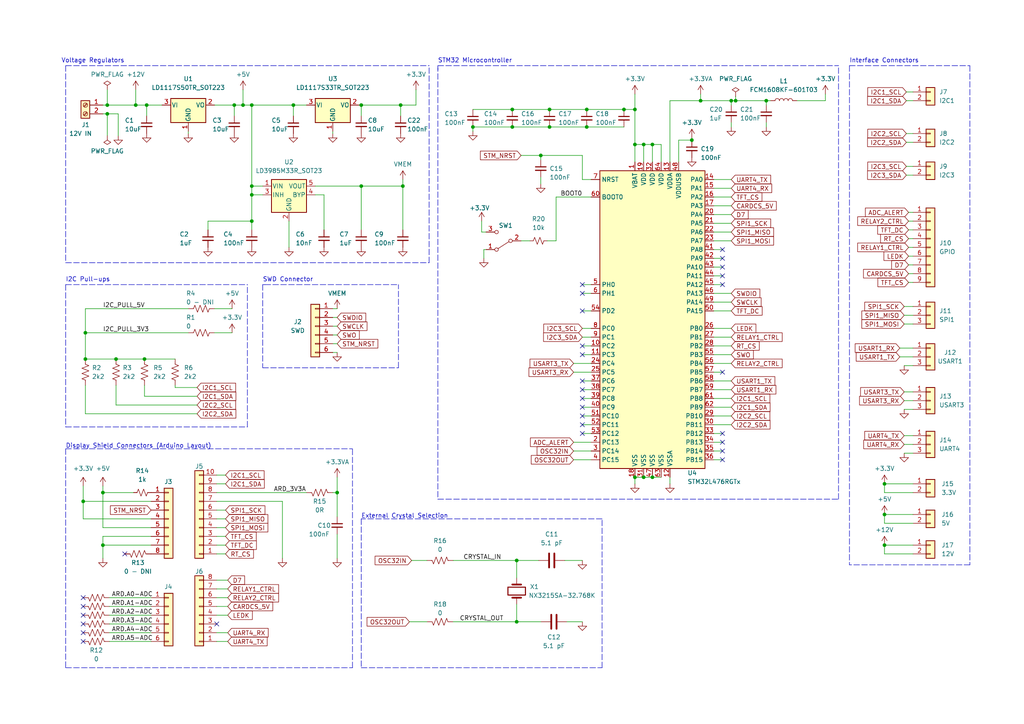
<source format=kicad_sch>
(kicad_sch (version 20211123) (generator eeschema)
  (paper "A4")
  (title_block (title "STM32L4 Breakout Board") (rev "1"))
  (junction (at 73.025 64.135))
  (junction (at 24.765 96.52))
  (junction (at 24.13 145.415))
  (junction (at 156.845 45.085))
  (junction (at 186.69 41.91))
  (junction (at 170.18 36.83))
  (junction (at 104.775 53.975))
  (junction (at 189.23 138.43))
  (junction (at 31.115 30.48))
  (junction (at 104.775 30.48))
  (junction (at 212.09 29.21))
  (junction (at 203.2 29.21))
  (junction (at 184.15 31.75))
  (junction (at 213.36 29.21))
  (junction (at 41.91 104.14))
  (junction (at 73.025 53.975))
  (junction (at 116.84 53.975))
  (junction (at 184.15 138.43))
  (junction (at 222.25 29.21))
  (junction (at 159.385 31.75))
  (junction (at 29.845 142.875))
  (junction (at 256.54 140.335))
  (junction (at 189.23 41.91))
  (junction (at 184.15 41.91))
  (junction (at 256.54 149.225))
  (junction (at 149.86 162.56))
  (junction (at 70.485 30.48))
  (junction (at 148.59 36.83))
  (junction (at 186.69 138.43))
  (junction (at 24.765 104.14))
  (junction (at 170.18 31.75))
  (junction (at 31.115 33.02))
  (junction (at 149.86 180.34))
  (junction (at 39.37 30.48))
  (junction (at 85.09 30.48))
  (junction (at 33.655 104.14))
  (junction (at 200.66 40.64))
  (junction (at 137.16 36.83))
  (junction (at 42.545 30.48))
  (junction (at 29.845 158.115))
  (junction (at 148.59 31.75))
  (junction (at 73.025 56.515))
  (junction (at 67.945 30.48))
  (junction (at 116.205 30.48))
  (junction (at 97.79 142.875))
  (junction (at 180.975 31.75))
  (junction (at 256.54 158.115))
  (junction (at 73.025 30.48))
  (junction (at 159.385 36.83))
  (no_connect (at 209.55 125.73))
  (no_connect (at 24.13 183.515))
  (no_connect (at 168.91 82.55))
  (no_connect (at 168.91 90.17))
  (no_connect (at 24.13 173.355))
  (no_connect (at 209.55 80.01))
  (no_connect (at 168.91 115.57))
  (no_connect (at 209.55 107.95))
  (no_connect (at 209.55 128.27))
  (no_connect (at 168.91 113.03))
  (no_connect (at 24.13 178.435))
  (no_connect (at 62.865 180.975))
  (no_connect (at 209.55 72.39))
  (no_connect (at 168.91 100.33))
  (no_connect (at 209.55 77.47))
  (no_connect (at 168.91 120.65))
  (no_connect (at 209.55 74.93))
  (no_connect (at 209.55 130.81))
  (no_connect (at 168.91 123.19))
  (no_connect (at 168.91 125.73))
  (no_connect (at 24.13 180.975))
  (no_connect (at 209.55 82.55))
  (no_connect (at 36.195 160.655))
  (no_connect (at 168.91 85.09))
  (no_connect (at 168.91 102.87))
  (no_connect (at 24.13 175.895))
  (no_connect (at 209.55 133.35))
  (no_connect (at 24.13 186.055))
  (no_connect (at 168.91 118.11))
  (no_connect (at 168.91 110.49))
  (polyline (pts (xy 127 19.05) (xy 127 144.78)))
  (wire (pts (xy 256.54 160.655) (xy 256.54 158.115)))
  (wire (pts (xy 207.01 115.57) (xy 212.09 115.57)))
  (wire (pts (xy 148.59 36.83) (xy 159.385 36.83)))
  (wire (pts (xy 262.255 91.44) (xy 264.795 91.44)))
  (wire (pts (xy 31.75 175.895) (xy 43.815 175.895)))
  (wire (pts (xy 73.025 53.975) (xy 73.025 56.515)))
  (wire (pts (xy 34.29 33.02) (xy 34.29 39.37)))
  (wire (pts (xy 196.85 40.64) (xy 196.85 46.99)))
  (wire (pts (xy 31.75 180.975) (xy 43.815 180.975)))
  (polyline (pts (xy 19.05 19.05) (xy 124.46 19.05)))
  (polyline (pts (xy 174.625 193.675) (xy 174.625 150.495)))
  (wire (pts (xy 119.38 162.56) (xy 123.825 162.56)))
  (wire (pts (xy 168.91 52.07) (xy 168.91 45.085)))
  (wire (pts (xy 263.525 61.595) (xy 264.795 61.595)))
  (polyline (pts (xy 76.835 82.55) (xy 76.2 82.55)))
  (polyline (pts (xy 127 144.78) (xy 243.205 144.78)))
  (wire (pts (xy 207.01 69.85) (xy 212.09 69.85)))
  (polyline (pts (xy 19.05 76.2) (xy 124.46 76.2)))
  (wire (pts (xy 212.09 29.21) (xy 212.09 30.48)))
  (wire (pts (xy 116.84 66.675) (xy 116.84 53.975)))
  (wire (pts (xy 262.255 126.365) (xy 264.795 126.365)))
  (wire (pts (xy 67.945 30.48) (xy 67.945 33.655)))
  (wire (pts (xy 168.91 102.87) (xy 171.45 102.87)))
  (wire (pts (xy 43.815 150.495) (xy 24.13 150.495)))
  (wire (pts (xy 207.01 113.03) (xy 212.09 113.03)))
  (polyline (pts (xy 19.05 82.55) (xy 71.755 82.55)))
  (wire (pts (xy 207.01 107.95) (xy 209.55 107.95)))
  (wire (pts (xy 168.91 162.56) (xy 163.83 162.56)))
  (wire (pts (xy 159.385 31.75) (xy 170.18 31.75)))
  (wire (pts (xy 207.01 125.73) (xy 209.55 125.73)))
  (wire (pts (xy 149.86 180.34) (xy 131.445 180.34)))
  (wire (pts (xy 262.255 116.205) (xy 264.795 116.205)))
  (wire (pts (xy 62.865 158.115) (xy 65.405 158.115)))
  (wire (pts (xy 168.91 125.73) (xy 171.45 125.73)))
  (wire (pts (xy 31.115 33.02) (xy 31.115 39.37)))
  (wire (pts (xy 96.52 94.615) (xy 97.79 94.615)))
  (wire (pts (xy 104.775 30.48) (xy 116.205 30.48)))
  (wire (pts (xy 149.86 162.56) (xy 149.86 167.64)))
  (wire (pts (xy 39.37 26.035) (xy 39.37 30.48)))
  (wire (pts (xy 207.01 87.63) (xy 212.09 87.63)))
  (wire (pts (xy 96.52 102.235) (xy 97.79 102.235)))
  (wire (pts (xy 263.525 64.135) (xy 264.795 64.135)))
  (wire (pts (xy 151.13 45.085) (xy 156.845 45.085)))
  (wire (pts (xy 62.865 160.655) (xy 65.405 160.655)))
  (wire (pts (xy 189.23 41.91) (xy 191.77 41.91)))
  (wire (pts (xy 137.16 36.83) (xy 137.16 38.1)))
  (wire (pts (xy 29.845 30.48) (xy 31.115 30.48)))
  (wire (pts (xy 166.37 128.27) (xy 171.45 128.27)))
  (wire (pts (xy 262.89 48.26) (xy 264.795 48.26)))
  (wire (pts (xy 262.255 93.98) (xy 264.795 93.98)))
  (wire (pts (xy 194.31 29.21) (xy 203.2 29.21)))
  (wire (pts (xy 264.795 160.655) (xy 256.54 160.655)))
  (wire (pts (xy 96.52 97.155) (xy 97.79 97.155)))
  (wire (pts (xy 149.86 175.26) (xy 149.86 180.34)))
  (polyline (pts (xy 102.235 193.675) (xy 102.235 130.175)))
  (wire (pts (xy 207.01 52.07) (xy 212.09 52.07)))
  (wire (pts (xy 184.15 41.91) (xy 186.69 41.91)))
  (wire (pts (xy 43.815 153.035) (xy 29.845 153.035)))
  (wire (pts (xy 57.15 120.015) (xy 24.765 120.015)))
  (wire (pts (xy 156.845 180.34) (xy 149.86 180.34)))
  (wire (pts (xy 39.37 30.48) (xy 42.545 30.48)))
  (wire (pts (xy 31.115 26.035) (xy 31.115 30.48)))
  (wire (pts (xy 213.36 29.21) (xy 222.25 29.21)))
  (polyline (pts (xy 124.46 76.2) (xy 124.46 19.05)))
  (wire (pts (xy 186.69 138.43) (xy 189.23 138.43)))
  (wire (pts (xy 166.37 105.41) (xy 171.45 105.41)))
  (wire (pts (xy 96.52 92.075) (xy 97.79 92.075)))
  (wire (pts (xy 60.325 66.675) (xy 60.325 64.135)))
  (wire (pts (xy 207.01 120.65) (xy 212.09 120.65)))
  (polyline (pts (xy 104.775 150.495) (xy 104.775 193.675)))
  (polyline (pts (xy 71.755 123.825) (xy 71.755 82.55)))
  (wire (pts (xy 207.01 74.93) (xy 209.55 74.93)))
  (wire (pts (xy 231.14 29.21) (xy 239.395 29.21)))
  (wire (pts (xy 263.525 69.215) (xy 264.795 69.215)))
  (wire (pts (xy 262.255 113.665) (xy 264.795 113.665)))
  (wire (pts (xy 213.36 27.94) (xy 213.36 29.21)))
  (wire (pts (xy 264.795 103.505) (xy 260.985 103.505)))
  (wire (pts (xy 62.865 137.795) (xy 65.405 137.795)))
  (wire (pts (xy 96.52 99.695) (xy 97.79 99.695)))
  (wire (pts (xy 62.23 30.48) (xy 67.945 30.48)))
  (wire (pts (xy 168.91 115.57) (xy 171.45 115.57)))
  (wire (pts (xy 137.16 36.83) (xy 148.59 36.83)))
  (wire (pts (xy 24.765 96.52) (xy 54.61 96.52)))
  (wire (pts (xy 67.31 96.52) (xy 62.23 96.52)))
  (wire (pts (xy 81.915 145.415) (xy 81.915 161.925)))
  (wire (pts (xy 207.01 59.69) (xy 212.09 59.69)))
  (wire (pts (xy 184.15 31.75) (xy 184.15 41.91)))
  (wire (pts (xy 116.205 30.48) (xy 116.205 33.655)))
  (wire (pts (xy 161.29 69.85) (xy 161.29 57.15)))
  (wire (pts (xy 31.115 30.48) (xy 39.37 30.48)))
  (wire (pts (xy 262.89 26.67) (xy 264.795 26.67)))
  (wire (pts (xy 168.91 100.33) (xy 171.45 100.33)))
  (wire (pts (xy 207.01 72.39) (xy 209.55 72.39)))
  (wire (pts (xy 62.865 140.335) (xy 65.405 140.335)))
  (wire (pts (xy 104.14 30.48) (xy 104.775 30.48)))
  (wire (pts (xy 31.75 186.055) (xy 43.815 186.055)))
  (wire (pts (xy 264.795 106.045) (xy 262.255 106.045)))
  (wire (pts (xy 24.13 150.495) (xy 24.13 145.415)))
  (wire (pts (xy 65.405 147.955) (xy 62.865 147.955)))
  (wire (pts (xy 156.845 51.435) (xy 156.845 53.34)))
  (wire (pts (xy 139.7 64.135) (xy 139.7 67.31)))
  (wire (pts (xy 97.79 161.925) (xy 97.79 154.94)))
  (wire (pts (xy 41.91 104.14) (xy 50.8 104.14)))
  (wire (pts (xy 62.865 175.895) (xy 66.04 175.895)))
  (wire (pts (xy 262.255 131.445) (xy 264.795 131.445)))
  (wire (pts (xy 262.89 41.275) (xy 264.795 41.275)))
  (wire (pts (xy 29.845 33.02) (xy 31.115 33.02)))
  (wire (pts (xy 57.15 117.475) (xy 33.655 117.475)))
  (wire (pts (xy 73.025 30.48) (xy 73.025 53.975)))
  (wire (pts (xy 93.98 56.515) (xy 93.98 66.675)))
  (wire (pts (xy 168.91 82.55) (xy 171.45 82.55)))
  (wire (pts (xy 263.525 79.375) (xy 264.795 79.375)))
  (wire (pts (xy 256.54 149.225) (xy 264.795 149.225)))
  (wire (pts (xy 67.945 30.48) (xy 70.485 30.48)))
  (wire (pts (xy 262.255 88.9) (xy 264.795 88.9)))
  (wire (pts (xy 168.91 123.19) (xy 171.45 123.19)))
  (wire (pts (xy 168.91 95.25) (xy 171.45 95.25)))
  (wire (pts (xy 239.395 27.305) (xy 239.395 29.21)))
  (wire (pts (xy 207.01 64.77) (xy 212.09 64.77)))
  (wire (pts (xy 207.01 67.31) (xy 212.09 67.31)))
  (wire (pts (xy 140.335 72.39) (xy 140.335 74.93)))
  (wire (pts (xy 189.23 138.43) (xy 191.77 138.43)))
  (polyline (pts (xy 19.05 123.825) (xy 71.755 123.825)))
  (wire (pts (xy 212.09 35.56) (xy 212.09 36.83)))
  (wire (pts (xy 73.025 53.975) (xy 76.2 53.975)))
  (wire (pts (xy 263.525 81.915) (xy 264.795 81.915)))
  (wire (pts (xy 120.65 30.48) (xy 120.65 26.035)))
  (wire (pts (xy 62.865 173.355) (xy 66.04 173.355)))
  (wire (pts (xy 54.61 38.1) (xy 54.61 38.735)))
  (wire (pts (xy 43.815 145.415) (xy 24.13 145.415)))
  (wire (pts (xy 262.89 38.735) (xy 264.795 38.735)))
  (wire (pts (xy 207.01 100.33) (xy 212.09 100.33)))
  (wire (pts (xy 97.79 149.86) (xy 97.79 142.875)))
  (wire (pts (xy 57.15 114.935) (xy 41.91 114.935)))
  (wire (pts (xy 180.975 31.75) (xy 184.15 31.75)))
  (wire (pts (xy 203.2 29.21) (xy 212.09 29.21)))
  (wire (pts (xy 62.865 186.055) (xy 66.04 186.055)))
  (wire (pts (xy 264.795 100.965) (xy 260.985 100.965)))
  (wire (pts (xy 62.865 178.435) (xy 66.04 178.435)))
  (wire (pts (xy 50.8 112.395) (xy 50.8 111.76)))
  (wire (pts (xy 256.54 140.335) (xy 264.795 140.335)))
  (polyline (pts (xy 115.57 106.68) (xy 115.57 82.55)))
  (wire (pts (xy 207.01 54.61) (xy 212.09 54.61)))
  (wire (pts (xy 262.89 50.8) (xy 264.795 50.8)))
  (wire (pts (xy 194.31 46.99) (xy 194.31 29.21)))
  (polyline (pts (xy 76.2 82.55) (xy 76.2 106.68)))
  (wire (pts (xy 83.82 64.135) (xy 83.82 71.755)))
  (wire (pts (xy 186.69 41.91) (xy 186.69 46.99)))
  (polyline (pts (xy 104.775 193.675) (xy 174.625 193.675)))
  (wire (pts (xy 194.31 138.43) (xy 194.31 140.335)))
  (wire (pts (xy 200.66 40.64) (xy 196.85 40.64)))
  (wire (pts (xy 33.655 104.14) (xy 41.91 104.14)))
  (wire (pts (xy 85.09 30.48) (xy 88.9 30.48)))
  (wire (pts (xy 96.52 142.875) (xy 97.79 142.875)))
  (wire (pts (xy 264.795 151.765) (xy 256.54 151.765)))
  (polyline (pts (xy 246.38 19.05) (xy 246.38 163.83)))
  (wire (pts (xy 159.385 36.83) (xy 170.18 36.83)))
  (wire (pts (xy 31.75 173.355) (xy 43.815 173.355)))
  (wire (pts (xy 207.01 102.87) (xy 212.09 102.87)))
  (polyline (pts (xy 19.05 19.05) (xy 19.05 76.2)))
  (wire (pts (xy 207.01 82.55) (xy 209.55 82.55)))
  (wire (pts (xy 170.18 31.75) (xy 180.975 31.75)))
  (polyline (pts (xy 76.2 106.68) (xy 115.57 106.68)))
  (wire (pts (xy 24.765 89.535) (xy 54.61 89.535)))
  (wire (pts (xy 189.23 41.91) (xy 189.23 46.99)))
  (wire (pts (xy 256.54 151.765) (xy 256.54 149.225)))
  (wire (pts (xy 263.525 74.295) (xy 264.795 74.295)))
  (wire (pts (xy 158.75 69.85) (xy 161.29 69.85)))
  (wire (pts (xy 186.69 41.91) (xy 189.23 41.91)))
  (wire (pts (xy 43.815 155.575) (xy 29.845 155.575)))
  (wire (pts (xy 116.84 53.975) (xy 104.775 53.975)))
  (wire (pts (xy 140.97 72.39) (xy 140.335 72.39)))
  (wire (pts (xy 42.545 30.48) (xy 42.545 33.655)))
  (wire (pts (xy 73.025 56.515) (xy 76.2 56.515)))
  (wire (pts (xy 116.84 52.07) (xy 116.84 53.975)))
  (wire (pts (xy 29.845 142.875) (xy 38.735 142.875)))
  (wire (pts (xy 137.16 31.75) (xy 148.59 31.75)))
  (wire (pts (xy 264.795 158.115) (xy 256.54 158.115)))
  (wire (pts (xy 67.31 89.535) (xy 62.23 89.535)))
  (wire (pts (xy 166.37 107.95) (xy 171.45 107.95)))
  (wire (pts (xy 168.91 180.34) (xy 164.465 180.34)))
  (wire (pts (xy 24.765 89.535) (xy 24.765 96.52)))
  (polyline (pts (xy 243.205 144.78) (xy 243.205 19.05)))
  (wire (pts (xy 104.775 30.48) (xy 104.775 33.655)))
  (wire (pts (xy 207.01 57.15) (xy 212.09 57.15)))
  (wire (pts (xy 184.15 138.43) (xy 184.15 140.335)))
  (wire (pts (xy 184.15 27.305) (xy 184.15 31.75)))
  (wire (pts (xy 29.845 142.875) (xy 29.845 153.035)))
  (polyline (pts (xy 76.835 82.55) (xy 115.57 82.55)))
  (wire (pts (xy 264.795 142.875) (xy 256.54 142.875)))
  (wire (pts (xy 207.01 97.79) (xy 212.09 97.79)))
  (wire (pts (xy 207.01 130.81) (xy 209.55 130.81)))
  (wire (pts (xy 168.91 85.09) (xy 171.45 85.09)))
  (wire (pts (xy 97.79 138.43) (xy 97.79 142.875)))
  (wire (pts (xy 65.405 153.035) (xy 62.865 153.035)))
  (polyline (pts (xy 19.05 193.675) (xy 102.235 193.675)))
  (wire (pts (xy 222.25 29.21) (xy 222.25 30.48)))
  (wire (pts (xy 203.2 29.21) (xy 203.2 27.305)))
  (wire (pts (xy 29.845 155.575) (xy 29.845 158.115)))
  (polyline (pts (xy 281.305 19.05) (xy 281.305 163.83)))
  (wire (pts (xy 31.115 33.02) (xy 34.29 33.02)))
  (wire (pts (xy 91.44 56.515) (xy 93.98 56.515)))
  (wire (pts (xy 207.01 128.27) (xy 209.55 128.27)))
  (wire (pts (xy 263.525 71.755) (xy 264.795 71.755)))
  (wire (pts (xy 29.845 158.115) (xy 29.845 161.925)))
  (wire (pts (xy 139.7 67.31) (xy 140.97 67.31)))
  (wire (pts (xy 184.15 46.99) (xy 184.15 41.91)))
  (wire (pts (xy 156.845 45.085) (xy 156.845 46.355)))
  (wire (pts (xy 263.525 66.675) (xy 264.795 66.675)))
  (wire (pts (xy 31.75 178.435) (xy 43.815 178.435)))
  (wire (pts (xy 168.91 113.03) (xy 171.45 113.03)))
  (wire (pts (xy 256.54 142.875) (xy 256.54 140.335)))
  (wire (pts (xy 207.01 77.47) (xy 209.55 77.47)))
  (wire (pts (xy 207.01 123.19) (xy 212.09 123.19)))
  (wire (pts (xy 207.01 110.49) (xy 212.09 110.49)))
  (wire (pts (xy 29.845 140.97) (xy 29.845 142.875)))
  (wire (pts (xy 57.15 112.395) (xy 50.8 112.395)))
  (wire (pts (xy 149.86 162.56) (xy 131.445 162.56)))
  (wire (pts (xy 222.25 29.21) (xy 223.52 29.21)))
  (wire (pts (xy 41.91 114.935) (xy 41.91 111.76)))
  (wire (pts (xy 73.025 30.48) (xy 85.09 30.48)))
  (wire (pts (xy 207.01 133.35) (xy 209.55 133.35)))
  (polyline (pts (xy 281.305 163.83) (xy 246.38 163.83)))
  (wire (pts (xy 24.765 120.015) (xy 24.765 111.76)))
  (wire (pts (xy 31.75 183.515) (xy 43.815 183.515)))
  (wire (pts (xy 91.44 53.975) (xy 104.775 53.975)))
  (wire (pts (xy 168.91 120.65) (xy 171.45 120.65)))
  (wire (pts (xy 70.485 30.48) (xy 73.025 30.48)))
  (polyline (pts (xy 19.05 130.175) (xy 102.235 130.175)))
  (wire (pts (xy 62.865 142.875) (xy 88.9 142.875)))
  (wire (pts (xy 262.255 128.905) (xy 264.795 128.905)))
  (wire (pts (xy 118.745 180.34) (xy 123.825 180.34)))
  (wire (pts (xy 166.37 130.81) (xy 171.45 130.81)))
  (wire (pts (xy 207.01 90.17) (xy 212.09 90.17)))
  (wire (pts (xy 168.91 45.085) (xy 156.845 45.085)))
  (wire (pts (xy 207.01 118.11) (xy 212.09 118.11)))
  (wire (pts (xy 33.655 117.475) (xy 33.655 111.76)))
  (wire (pts (xy 168.91 90.17) (xy 171.45 90.17)))
  (polyline (pts (xy 237.49 19.05) (xy 243.205 19.05)))
  (wire (pts (xy 170.18 36.83) (xy 180.975 36.83)))
  (wire (pts (xy 207.01 95.25) (xy 212.09 95.25)))
  (wire (pts (xy 60.325 64.135) (xy 73.025 64.135)))
  (polyline (pts (xy 246.38 19.05) (xy 281.305 19.05)))
  (wire (pts (xy 168.91 118.11) (xy 171.45 118.11)))
  (wire (pts (xy 62.865 145.415) (xy 81.915 145.415)))
  (polyline (pts (xy 127 19.05) (xy 237.49 19.05)))
  (wire (pts (xy 168.91 52.07) (xy 171.45 52.07)))
  (wire (pts (xy 85.09 30.48) (xy 85.09 33.655)))
  (wire (pts (xy 207.01 80.01) (xy 209.55 80.01)))
  (polyline (pts (xy 19.05 130.175) (xy 19.05 193.675)))
  (wire (pts (xy 222.25 35.56) (xy 222.25 36.83)))
  (wire (pts (xy 168.91 110.49) (xy 171.45 110.49)))
  (wire (pts (xy 62.865 168.275) (xy 66.04 168.275)))
  (wire (pts (xy 168.91 97.79) (xy 171.45 97.79)))
  (wire (pts (xy 70.485 26.035) (xy 70.485 30.48)))
  (wire (pts (xy 200.66 40.005) (xy 200.66 40.64)))
  (wire (pts (xy 191.77 41.91) (xy 191.77 46.99)))
  (wire (pts (xy 62.865 170.815) (xy 66.04 170.815)))
  (wire (pts (xy 65.405 150.495) (xy 62.865 150.495)))
  (wire (pts (xy 73.025 56.515) (xy 73.025 64.135)))
  (polyline (pts (xy 19.05 82.55) (xy 19.05 123.825)))
  (wire (pts (xy 62.865 183.515) (xy 66.04 183.515)))
  (wire (pts (xy 207.01 85.09) (xy 212.09 85.09)))
  (wire (pts (xy 151.13 69.85) (xy 153.67 69.85)))
  (wire (pts (xy 104.775 53.975) (xy 104.775 66.675)))
  (wire (pts (xy 207.01 62.23) (xy 212.09 62.23)))
  (polyline (pts (xy 127 20.32) (xy 127 19.685)))
  (wire (pts (xy 73.025 64.135) (xy 73.025 66.675)))
  (wire (pts (xy 263.525 76.835) (xy 264.795 76.835)))
  (wire (pts (xy 161.29 57.15) (xy 171.45 57.15)))
  (wire (pts (xy 42.545 30.48) (xy 46.99 30.48)))
  (wire (pts (xy 148.59 31.75) (xy 159.385 31.75)))
  (wire (pts (xy 166.37 133.35) (xy 171.45 133.35)))
  (wire (pts (xy 24.765 104.14) (xy 33.655 104.14)))
  (wire (pts (xy 212.09 29.21) (xy 213.36 29.21)))
  (wire (pts (xy 116.205 30.48) (xy 120.65 30.48)))
  (wire (pts (xy 24.765 104.14) (xy 24.765 96.52)))
  (wire (pts (xy 184.15 138.43) (xy 186.69 138.43)))
  (polyline (pts (xy 174.625 150.495) (xy 104.775 150.495)))
  (wire (pts (xy 62.865 155.575) (xy 65.405 155.575)))
  (wire (pts (xy 96.52 38.1) (xy 96.52 38.735)))
  (wire (pts (xy 262.255 118.745) (xy 264.795 118.745)))
  (wire (pts (xy 207.01 105.41) (xy 212.09 105.41)))
  (wire (pts (xy 43.815 158.115) (xy 29.845 158.115)))
  (wire (pts (xy 24.13 145.415) (xy 24.13 140.97)))
  (wire (pts (xy 156.21 162.56) (xy 149.86 162.56)))
  (wire (pts (xy 262.89 29.21) (xy 264.795 29.21)))
  (wire (pts (xy 96.52 89.535) (xy 97.79 89.535)))
  (text "Voltage Regulators" (at 17.78 18.415 0) (effects (font (size 1.27 1.27)) (justify left bottom)))
  (text "Interface Connectors" (at 246.38 18.415 0) (effects (font (size 1.27 1.27)) (justify left bottom)))
  (text "STM32 Microcontroller" (at 127 18.415 0) (effects (font (size 1.27 1.27)) (justify left bottom)))
  (text "External Crystal Selection" (at 104.775 150.495 0) (effects (font (size 1.27 1.27)) (justify left bottom)))
  (text "Display Shield Connectors (Arduino Layout)\n" (at 19.05 130.175 0) (effects (font (size 1.27 1.27)) (justify left bottom)))
  (text "I2C Pull-ups" (at 19.05 81.915 0) (effects (font (size 1.27 1.27)) (justify left bottom)))
  (text "SWD Connector\n" (at 76.2 81.915 0) (effects (font (size 1.27 1.27)) (justify left bottom)))
  (label "ARD.A4-ADC" (at 32.385 183.515 0))
  (label "CRYSTAL_OUT" (at 146.05 180.34 180))
  (label "ARD_3V3A" (at 79.375 142.875 0))
  (label "I2C_PULL_5V" (at 29.845 89.535 0))
  (label "CRYSTAL_IN" (at 145.415 162.56 180))
  (label "ARD.A0-ADC" (at 32.385 173.355 0))
  (label "ARD.A1-ADC" (at 32.385 175.895 0))
  (label "ARD.A3-ADC" (at 32.385 180.975 0))
  (label "I2C_PULL_3V3" (at 29.845 96.52 0))
  (label "ARD.A5-ADC" (at 32.385 186.055 0))
  (label "ARD.A2-ADC" (at 32.385 178.435 0))
  (label "BOOT0" (at 162.56 57.15 0))
  (global_label "CARDCS_5V" (shape input) (at 263.525 79.375 180) (property "Intersheet References" "${INTERSHEET_REFS}" (effects hide)))
  (global_label "RELAY1_CTRL" (shape input) (at 263.525 71.755 180) (property "Intersheet References" "${INTERSHEET_REFS}" (effects hide)))
  (global_label "OSC32IN" (shape input) (at 119.38 162.56 180) (property "Intersheet References" "${INTERSHEET_REFS}" (effects hide)))
  (global_label "TFT_CS" (shape input) (at 65.405 155.575 0) (property "Intersheet References" "${INTERSHEET_REFS}" (effects hide)))
  (global_label "ADC_ALERT" (shape input) (at 166.37 128.27 180) (property "Intersheet References" "${INTERSHEET_REFS}" (effects hide)))
  (global_label "OSC32OUT" (shape input) (at 118.745 180.34 180) (property "Intersheet References" "${INTERSHEET_REFS}" (effects hide)))
  (global_label "UART4_RX" (shape input) (at 212.09 54.61 0) (property "Intersheet References" "${INTERSHEET_REFS}" (effects hide)))
  (global_label "I2C1_SDA" (shape input) (at 212.09 118.11 0) (property "Intersheet References" "${INTERSHEET_REFS}" (effects hide)))
  (global_label "RELAY2_CTRL" (shape input) (at 263.525 64.135 180) (property "Intersheet References" "${INTERSHEET_REFS}" (effects hide)))
  (global_label "TFT_CS" (shape input) (at 263.525 81.915 180) (property "Intersheet References" "${INTERSHEET_REFS}" (effects hide)))
  (global_label "STM_NRST" (shape input) (at 97.79 99.695 0) (property "Intersheet References" "${INTERSHEET_REFS}" (effects hide)))
  (global_label "I2C2_SDA" (shape input) (at 262.89 41.275 180) (property "Intersheet References" "${INTERSHEET_REFS}" (effects hide)))
  (global_label "RT_CS" (shape input) (at 263.525 69.215 180) (property "Intersheet References" "${INTERSHEET_REFS}" (effects hide)))
  (global_label "CARDCS_5V" (shape input) (at 66.04 175.895 0) (property "Intersheet References" "${INTERSHEET_REFS}" (effects hide)))
  (global_label "I2C3_SDA" (shape input) (at 262.89 50.8 180) (property "Intersheet References" "${INTERSHEET_REFS}" (effects hide)))
  (global_label "D7" (shape input) (at 66.04 168.275 0) (property "Intersheet References" "${INTERSHEET_REFS}" (effects hide)))
  (global_label "SPI1_MISO" (shape input) (at 212.09 67.31 0) (property "Intersheet References" "${INTERSHEET_REFS}" (effects hide)))
  (global_label "SPI1_SCK" (shape input) (at 65.405 147.955 0) (property "Intersheet References" "${INTERSHEET_REFS}" (effects hide)))
  (global_label "SWCLK" (shape input) (at 212.09 87.63 0) (property "Intersheet References" "${INTERSHEET_REFS}" (effects hide)))
  (global_label "I2C1_SCL" (shape input) (at 262.89 26.67 180) (property "Intersheet References" "${INTERSHEET_REFS}" (effects hide)))
  (global_label "SPI1_MISO" (shape input) (at 65.405 150.495 0) (property "Intersheet References" "${INTERSHEET_REFS}" (effects hide)))
  (global_label "USART1_TX" (shape input) (at 212.09 110.49 0) (property "Intersheet References" "${INTERSHEET_REFS}" (effects hide)))
  (global_label "USART3_TX" (shape input) (at 262.255 113.665 180) (property "Intersheet References" "${INTERSHEET_REFS}" (effects hide)))
  (global_label "I2C2_SDA" (shape input) (at 57.15 120.015 0) (property "Intersheet References" "${INTERSHEET_REFS}" (effects hide)))
  (global_label "USART3_RX" (shape input) (at 166.37 107.95 180) (property "Intersheet References" "${INTERSHEET_REFS}" (effects hide)))
  (global_label "SPI1_MOSI" (shape input) (at 212.09 69.85 0) (property "Intersheet References" "${INTERSHEET_REFS}" (effects hide)))
  (global_label "SWDIO" (shape input) (at 212.09 85.09 0) (property "Intersheet References" "${INTERSHEET_REFS}" (effects hide)))
  (global_label "SWDIO" (shape input) (at 97.79 92.075 0) (property "Intersheet References" "${INTERSHEET_REFS}" (effects hide)))
  (global_label "SPI1_MISO" (shape input) (at 262.255 91.44 180) (property "Intersheet References" "${INTERSHEET_REFS}" (effects hide)))
  (global_label "D7" (shape input) (at 263.525 76.835 180) (property "Intersheet References" "${INTERSHEET_REFS}" (effects hide)))
  (global_label "RT_CS" (shape input) (at 65.405 160.655 0) (property "Intersheet References" "${INTERSHEET_REFS}" (effects hide)))
  (global_label "TFT_DC" (shape input) (at 65.405 158.115 0) (property "Intersheet References" "${INTERSHEET_REFS}" (effects hide)))
  (global_label "UART4_TX" (shape input) (at 66.04 186.055 0) (property "Intersheet References" "${INTERSHEET_REFS}" (effects hide)))
  (global_label "USART3_RX" (shape input) (at 262.255 116.205 180) (property "Intersheet References" "${INTERSHEET_REFS}" (effects hide)))
  (global_label "RT_CS" (shape input) (at 212.09 100.33 0) (property "Intersheet References" "${INTERSHEET_REFS}" (effects hide)))
  (global_label "I2C1_SDA" (shape input) (at 65.405 140.335 0) (property "Intersheet References" "${INTERSHEET_REFS}" (effects hide)))
  (global_label "SWCLK" (shape input) (at 97.79 94.615 0) (property "Intersheet References" "${INTERSHEET_REFS}" (effects hide)))
  (global_label "RELAY1_CTRL" (shape input) (at 212.09 97.79 0) (property "Intersheet References" "${INTERSHEET_REFS}" (effects hide)))
  (global_label "I2C1_SCL" (shape input) (at 65.405 137.795 0) (property "Intersheet References" "${INTERSHEET_REFS}" (effects hide)))
  (global_label "I2C2_SCL" (shape input) (at 262.89 38.735 180) (property "Intersheet References" "${INTERSHEET_REFS}" (effects hide)))
  (global_label "OSC32OUT" (shape input) (at 166.37 133.35 180) (property "Intersheet References" "${INTERSHEET_REFS}" (effects hide)))
  (global_label "I2C1_SCL" (shape input) (at 57.15 112.395 0) (property "Intersheet References" "${INTERSHEET_REFS}" (effects hide)))
  (global_label "UART4_RX" (shape input) (at 66.04 183.515 0) (property "Intersheet References" "${INTERSHEET_REFS}" (effects hide)))
  (global_label "RELAY2_CTRL" (shape input) (at 66.04 173.355 0) (property "Intersheet References" "${INTERSHEET_REFS}" (effects hide)))
  (global_label "I2C3_SCL" (shape input) (at 262.89 48.26 180) (property "Intersheet References" "${INTERSHEET_REFS}" (effects hide)))
  (global_label "I2C2_SCL" (shape input) (at 212.09 120.65 0) (property "Intersheet References" "${INTERSHEET_REFS}" (effects hide)))
  (global_label "UART4_TX" (shape input) (at 262.255 126.365 180) (property "Intersheet References" "${INTERSHEET_REFS}" (effects hide)))
  (global_label "SPI1_MOSI" (shape input) (at 65.405 153.035 0) (property "Intersheet References" "${INTERSHEET_REFS}" (effects hide)))
  (global_label "RELAY2_CTRL" (shape input) (at 212.09 105.41 0) (property "Intersheet References" "${INTERSHEET_REFS}" (effects hide)))
  (global_label "RELAY1_CTRL" (shape input) (at 66.04 170.815 0) (property "Intersheet References" "${INTERSHEET_REFS}" (effects hide)))
  (global_label "USART1_RX" (shape input) (at 212.09 113.03 0) (property "Intersheet References" "${INTERSHEET_REFS}" (effects hide)))
  (global_label "UART4_RX" (shape input) (at 262.255 128.905 180) (property "Intersheet References" "${INTERSHEET_REFS}" (effects hide)))
  (global_label "SPI1_SCK" (shape input) (at 212.09 64.77 0) (property "Intersheet References" "${INTERSHEET_REFS}" (effects hide)))
  (global_label "SPI1_SCK" (shape input) (at 262.255 88.9 180) (property "Intersheet References" "${INTERSHEET_REFS}" (effects hide)))
  (global_label "USART1_TX" (shape input) (at 260.985 103.505 180) (property "Intersheet References" "${INTERSHEET_REFS}" (effects hide)))
  (global_label "LEDK" (shape input) (at 212.09 95.25 0) (property "Intersheet References" "${INTERSHEET_REFS}" (effects hide)))
  (global_label "LEDK" (shape input) (at 66.04 178.435 0) (property "Intersheet References" "${INTERSHEET_REFS}" (effects hide)))
  (global_label "I2C3_SCL" (shape input) (at 168.91 95.25 180) (property "Intersheet References" "${INTERSHEET_REFS}" (effects hide)))
  (global_label "ADC_ALERT" (shape input) (at 263.525 61.595 180) (property "Intersheet References" "${INTERSHEET_REFS}" (effects hide)))
  (global_label "TFT_DC" (shape input) (at 263.525 66.675 180) (property "Intersheet References" "${INTERSHEET_REFS}" (effects hide)))
  (global_label "OSC32IN" (shape input) (at 166.37 130.81 180) (property "Intersheet References" "${INTERSHEET_REFS}" (effects hide)))
  (global_label "D7" (shape input) (at 212.09 62.23 0) (property "Intersheet References" "${INTERSHEET_REFS}" (effects hide)))
  (global_label "USART1_RX" (shape input) (at 260.985 100.965 180) (property "Intersheet References" "${INTERSHEET_REFS}" (effects hide)))
  (global_label "TFT_DC" (shape input) (at 212.09 90.17 0) (property "Intersheet References" "${INTERSHEET_REFS}" (effects hide)))
  (global_label "I2C2_SCL" (shape input) (at 57.15 117.475 0) (property "Intersheet References" "${INTERSHEET_REFS}" (effects hide)))
  (global_label "STM_NRST" (shape input) (at 151.13 45.085 180) (property "Intersheet References" "${INTERSHEET_REFS}" (effects hide)))
  (global_label "STM_NRST" (shape input) (at 43.815 147.955 180) (property "Intersheet References" "${INTERSHEET_REFS}" (effects hide)))
  (global_label "USART3_TX" (shape input) (at 166.37 105.41 180) (property "Intersheet References" "${INTERSHEET_REFS}" (effects hide)))
  (global_label "UART4_TX" (shape input) (at 212.09 52.07 0) (property "Intersheet References" "${INTERSHEET_REFS}" (effects hide)))
  (global_label "TFT_CS" (shape input) (at 212.09 57.15 0) (property "Intersheet References" "${INTERSHEET_REFS}" (effects hide)))
  (global_label "SPI1_MOSI" (shape input) (at 262.255 93.98 180) (property "Intersheet References" "${INTERSHEET_REFS}" (effects hide)))
  (global_label "I2C2_SDA" (shape input) (at 212.09 123.19 0) (property "Intersheet References" "${INTERSHEET_REFS}" (effects hide)))
  (global_label "I2C3_SDA" (shape input) (at 168.91 97.79 180) (property "Intersheet References" "${INTERSHEET_REFS}" (effects hide)))
  (global_label "I2C1_SCL" (shape input) (at 212.09 115.57 0) (property "Intersheet References" "${INTERSHEET_REFS}" (effects hide)))
  (global_label "SWO" (shape input) (at 97.79 97.155 0) (property "Intersheet References" "${INTERSHEET_REFS}" (effects hide)))
  (global_label "SWO" (shape input) (at 212.09 102.87 0) (property "Intersheet References" "${INTERSHEET_REFS}" (effects hide)))
  (global_label "CARDCS_5V" (shape input) (at 212.09 59.69 0) (property "Intersheet References" "${INTERSHEET_REFS}" (effects hide)))
  (global_label "I2C1_SDA" (shape input) (at 262.89 29.21 180) (property "Intersheet References" "${INTERSHEET_REFS}" (effects hide)))
  (global_label "LEDK" (shape input) (at 263.525 74.295 180) (property "Intersheet References" "${INTERSHEET_REFS}" (effects hide)))
  (global_label "I2C1_SDA" (shape input) (at 57.15 114.935 0) (property "Intersheet References" "${INTERSHEET_REFS}" (effects hide)))
  (symbol (lib_id "Connector_Generic:Conn_01x02") (at 269.875 48.26 0) (unit 1)
    (property "Reference" "J9" (at 272.415 48.2599 0) (effects (justify left)))
    (property "Value" "I2C3" (at 272.415 50.7999 0) (effects (justify left)))
    (property "Footprint" "Connector_PinHeader_2.54mm:PinHeader_1x02_P2.54mm_Vertical" (effects hide))
  )
  (symbol (lib_id "power:GND") (at 60.325 71.755 0) (unit 1)
    (property "Reference" "#PWR05" (effects hide))
    (property "Value" "GND" (effects hide))
  )
  (symbol (lib_id "Device:R_Small_US") (at 156.21 69.85 90) (unit 1)
    (property "Reference" "R20" (at 156.21 63.5 90))
    (property "Value" "10k" (at 156.21 66.04 90))
    (property "Footprint" "Resistor_SMD:R_0603_1608Metric" (effects hide))
  )
  (symbol (lib_id "Device:C_Small") (at 222.25 33.02 0) (unit 1)
    (property "Reference" "C21" (at 214.63 31.75 0) (effects (justify left)))
    (property "Value" "100nF" (at 214.63 34.29 0) (effects (justify left)))
    (property "Footprint" "Capacitor_SMD:C_0603_1608Metric" (effects hide))
  )
  (symbol (lib_id "Device:R_US") (at 58.42 89.535 270) (unit 1)
    (property "Reference" "R4" (at 53.975 85.09 90) (effects (justify left)))
    (property "Value" "0 - DNI" (at 53.975 87.63 90) (effects (justify left)))
    (property "Footprint" "Resistor_SMD:R_0603_1608Metric" (effects hide))
  )
  (symbol (lib_id "Device:C_Small") (at 60.325 69.215 0) (unit 1)
    (property "Reference" "C2" (at 52.07 67.945 0) (effects (justify left)))
    (property "Value" "1uF" (at 52.07 70.485 0) (effects (justify left)))
    (property "Footprint" "Capacitor_SMD:C_0805_2012Metric" (effects hide))
  )
  (symbol (lib_id "power:GND") (at 34.29 39.37 0) (unit 1)
    (property "Reference" "#PWR01" (effects hide))
    (property "Value" "GND" (effects hide))
  )
  (symbol (lib_id "Device:C_Small") (at 156.845 48.895 0) (unit 1)
    (property "Reference" "C15" (at 159.385 48.895 0) (effects (justify left)))
    (property "Value" "100nF" (at 159.385 51.435 0) (effects (justify left)))
    (property "Footprint" "Capacitor_SMD:C_0603_1608Metric" (effects hide))
  )
  (symbol (lib_id "Device:R_US") (at 127.635 180.34 270) (mirror x) (unit 1)
    (property "Reference" "R18" (at 127.635 175.26 90))
    (property "Value" "0" (at 127.635 177.8 90))
    (property "Footprint" "Resistor_SMD:R_0402_1005Metric" (effects hide))
  )
  (symbol (lib_id "power:+5V") (at 67.31 89.535 0) (unit 1)
    (property "Reference" "#PWR019" (effects hide))
    (property "Value" "+5V" (at 67.31 85.09 0))
  )
  (symbol (lib_id "power:GND") (at 81.915 161.925 0) (unit 1)
    (property "Reference" "#PWR025" (effects hide))
    (property "Value" "GND" (effects hide))
  )
  (symbol (lib_id "power:+3.3V") (at 256.54 140.335 0) (unit 1)
    (property "Reference" "#PWR045" (effects hide))
    (property "Value" "+3.3V" (at 256.54 135.89 0))
  )
  (symbol (lib_id "Regulator_Linear:LD1117S50TR_SOT223") (at 54.61 30.48 0) (unit 1)
    (property "Reference" "U1" (at 54.61 22.86 0))
    (property "Value" "LD1117S50TR_SOT223" (at 54.61 25.4 0))
    (property "Footprint" "Package_TO_SOT_SMD:SOT-223-3_TabPin2" (effects hide))
    (property "Datasheet" "http://www.st.com/st-web-ui/static/active/en/resource/technical/document/datasheet/CD00000544.pdf" (effects hide))
  )
  (symbol (lib_id "power:PWR_FLAG") (at 31.115 26.035 0) (unit 1)
    (property "Reference" "#FLG01" (effects hide))
    (property "Value" "PWR_FLAG" (at 31.115 21.59 0))
  )
  (symbol (lib_id "Device:R_US") (at 27.94 175.895 270) (mirror x) (unit 1) (in_bom no)
    (property "Reference" "R8" (effects hide))
    (property "Value" "0 - DNI" (effects hide))
    (property "Footprint" "Resistor_SMD:R_0603_1608Metric" (effects hide))
  )
  (symbol (lib_id "power:GND") (at 116.84 71.755 0) (unit 1)
    (property "Reference" "#PWR017" (effects hide))
    (property "Value" "GND" (effects hide))
  )
  (symbol (lib_id "Device:R_US") (at 50.8 107.95 0) (unit 1)
    (property "Reference" "R6" (at 53.34 106.6799 0) (effects (justify left)))
    (property "Value" "2k2" (at 53.34 109.2199 0) (effects (justify left)))
    (property "Footprint" "Resistor_SMD:R_0603_1608Metric" (effects hide))
  )
  (symbol (lib_id "Connector_Generic:Conn_01x08") (at 57.785 178.435 180) (unit 1)
    (property "Reference" "J6" (at 57.785 165.735 0))
    (property "Value" "Conn_01x08" (effects hide))
    (property "Footprint" "Connector_PinSocket_2.54mm:PinSocket_1x08_P2.54mm_Vertical" (effects hide))
  )
  (symbol (lib_id "power:+5V") (at 70.485 26.035 0) (unit 1)
    (property "Reference" "#PWR07" (effects hide))
    (property "Value" "+5V" (at 70.485 21.59 0))
  )
  (symbol (lib_id "power:GND") (at 156.845 53.34 0) (unit 1)
    (property "Reference" "#PWR033" (effects hide))
    (property "Value" "GND" (effects hide))
  )
  (symbol (lib_id "Device:R_US") (at 92.71 142.875 270) (mirror x) (unit 1) (in_bom no)
    (property "Reference" "R15" (at 92.71 145.415 90))
    (property "Value" "0R" (at 92.71 147.955 90))
    (property "Footprint" "Resistor_SMD:R_0603_1608Metric" (effects hide))
  )
  (symbol (lib_id "power:GND") (at 97.79 161.925 0) (unit 1)
    (property "Reference" "#PWR027" (effects hide))
    (property "Value" "GND" (effects hide))
  )
  (symbol (lib_id "Device:R_US") (at 41.91 107.95 0) (unit 1)
    (property "Reference" "R5" (at 44.45 106.6799 0) (effects (justify left)))
    (property "Value" "2k2" (at 44.45 109.2199 0) (effects (justify left)))
    (property "Footprint" "Resistor_SMD:R_0603_1608Metric" (effects hide))
  )
  (symbol (lib_id "Device:R_US") (at 27.94 178.435 270) (mirror x) (unit 1) (in_bom no)
    (property "Reference" "R9" (effects hide))
    (property "Value" "0 - DNI" (effects hide))
    (property "Footprint" "Resistor_SMD:R_0603_1608Metric" (effects hide))
  )
  (symbol (lib_id "power:GND") (at 104.775 71.755 0) (unit 1)
    (property "Reference" "#PWR013" (effects hide))
    (property "Value" "GND" (effects hide))
  )
  (symbol (lib_id "Regulator_Linear:LD1117S33TR_SOT223") (at 96.52 30.48 0) (unit 1)
    (property "Reference" "U3" (at 96.52 22.86 0))
    (property "Value" "LD1117S33TR_SOT223" (at 96.52 25.4 0))
    (property "Footprint" "Package_TO_SOT_SMD:SOT-223-3_TabPin2" (effects hide))
    (property "Datasheet" "http://www.st.com/st-web-ui/static/active/en/resource/technical/document/datasheet/CD00000544.pdf" (effects hide))
  )
  (symbol (lib_id "Connector_Generic:Conn_01x02") (at 269.875 149.225 0) (unit 1)
    (property "Reference" "J16" (at 273.05 149.2249 0) (effects (justify left)))
    (property "Value" "5V" (at 273.05 151.7649 0) (effects (justify left)))
    (property "Footprint" "Connector_PinHeader_2.54mm:PinHeader_1x02_P2.54mm_Vertical" (effects hide))
  )
  (symbol (lib_id "power:VMEM") (at 116.84 52.07 0) (unit 1)
    (property "Reference" "#PWR016" (effects hide))
    (property "Value" "VMEM" (at 116.84 47.625 0))
  )
  (symbol (lib_id "Device:R_US") (at 40.005 160.655 270) (mirror x) (unit 1) (in_bom no)
    (property "Reference" "R13" (at 40.005 163.195 90))
    (property "Value" "0 - DNI" (at 40.005 165.735 90))
    (property "Footprint" "Resistor_SMD:R_0603_1608Metric" (effects hide))
  )
  (symbol (lib_id "Device:C_Small") (at 200.66 43.18 0) (unit 1)
    (property "Reference" "C19" (at 203.2 43.18 0) (effects (justify left)))
    (property "Value" "100nF" (at 203.2 45.72 0) (effects (justify left)))
    (property "Footprint" "Capacitor_SMD:C_0603_1608Metric" (effects hide))
  )
  (symbol (lib_id "power:+5V") (at 29.845 140.97 0) (unit 1)
    (property "Reference" "#PWR023" (effects hide))
    (property "Value" "+5V" (at 29.845 135.89 0))
  )
  (symbol (lib_id "power:+3.3V") (at 67.31 96.52 0) (unit 1)
    (property "Reference" "#PWR018" (effects hide))
    (property "Value" "+3.3V" (at 67.31 92.075 0))
  )
  (symbol (lib_id "Device:C_Small") (at 137.16 34.29 0) (unit 1)
    (property "Reference" "C13" (at 128.905 33.02 0) (effects (justify left)))
    (property "Value" "100nF" (at 128.905 35.56 0) (effects (justify left)))
    (property "Footprint" "Capacitor_SMD:C_0603_1608Metric" (effects hide))
  )
  (symbol (lib_id "Device:Crystal") (at 149.86 171.45 270) (mirror x) (unit 1)
    (property "Reference" "X1" (at 153.67 170.18 90) (effects (justify left)))
    (property "Value" "NX3215SA-32.768K" (at 172.72 172.72 90) (effects (justify right)))
    (property "Footprint" "Crystal:Crystal_SMD_3215-2Pin_3.2x1.5mm" (effects hide))
  )
  (symbol (lib_id "power:GND") (at 262.255 131.445 0) (unit 1)
    (property "Reference" "#PWR043" (effects hide))
    (property "Value" "GND" (effects hide))
  )
  (symbol (lib_id "power:PWR_FLAG") (at 213.36 27.94 0) (unit 1)
    (property "Reference" "#FLG0101" (effects hide))
    (property "Value" "PWR_FLAG" (at 213.36 22.86 0))
  )
  (symbol (lib_id "Device:C_Small") (at 148.59 34.29 0) (unit 1)
    (property "Reference" "C14" (at 140.335 33.02 0) (effects (justify left)))
    (property "Value" "100nF" (at 140.335 35.56 0) (effects (justify left)))
    (property "Footprint" "Capacitor_SMD:C_0603_1608Metric" (effects hide))
  )
  (symbol (lib_id "power:+3.3VA") (at 203.2 27.305 0) (unit 1)
    (property "Reference" "#PWR036" (effects hide))
    (property "Value" "+3.3VA" (at 203.2 22.86 0))
  )
  (symbol (lib_id "Device:R_US") (at 27.94 180.975 270) (mirror x) (unit 1) (in_bom no)
    (property "Reference" "R10" (effects hide))
    (property "Value" "0 - DNI" (effects hide))
    (property "Footprint" "Resistor_SMD:R_0603_1608Metric" (effects hide))
  )
  (symbol (lib_id "power:GND") (at 116.205 38.735 0) (unit 1)
    (property "Reference" "#PWR044" (effects hide))
    (property "Value" "GND" (effects hide))
  )
  (symbol (lib_id "Device:C_Small") (at 104.775 69.215 0) (unit 1)
    (property "Reference" "C7" (at 98.425 67.945 0) (effects (justify left)))
    (property "Value" "1uF" (at 98.425 70.485 0) (effects (justify left)))
    (property "Footprint" "Capacitor_SMD:C_0805_2012Metric" (effects hide))
  )
  (symbol (lib_id "Device:R_US") (at 58.42 96.52 270) (unit 1)
    (property "Reference" "R1" (at 53.975 92.075 90) (effects (justify left)))
    (property "Value" "0" (at 53.975 94.615 90) (effects (justify left)))
    (property "Footprint" "Resistor_SMD:R_0603_1608Metric" (effects hide))
  )
  (symbol (lib_id "power:GND") (at 262.255 118.745 0) (unit 1)
    (property "Reference" "#PWR042" (effects hide))
    (property "Value" "GND" (effects hide))
  )
  (symbol (lib_id "Connector_Generic:Conn_01x03") (at 269.875 128.905 0) (unit 1)
    (property "Reference" "J14" (at 272.415 127.6349 0) (effects (justify left)))
    (property "Value" "UART4" (at 272.415 130.1749 0) (effects (justify left)))
    (property "Footprint" "Connector_PinHeader_2.54mm:PinHeader_1x03_P2.54mm_Vertical" (effects hide))
  )
  (symbol (lib_id "power:GND") (at 168.91 180.34 0) (mirror y) (unit 1)
    (property "Reference" "#PWR029" (effects hide))
    (property "Value" "GND" (effects hide))
  )
  (symbol (lib_id "Device:C_Small") (at 97.79 152.4 0) (unit 1)
    (property "Reference" "C10" (at 92.075 152.4 0) (effects (justify left)))
    (property "Value" "100nF" (at 89.535 154.94 0) (effects (justify left)))
    (property "Footprint" "Capacitor_SMD:C_0603_1608Metric" (effects hide))
  )
  (symbol (lib_id "power:GND") (at 168.91 162.56 0) (mirror y) (unit 1)
    (property "Reference" "#PWR028" (effects hide))
    (property "Value" "GND" (effects hide))
  )
  (symbol (lib_id "Device:L") (at 227.33 29.21 90) (unit 1)
    (property "Reference" "L1" (at 227.33 23.495 90))
    (property "Value" "FCM1608KF-601T03" (at 227.33 26.035 90))
    (property "Footprint" "Inductor_SMD:L_0603_1608Metric" (effects hide))
  )
  (symbol (lib_id "power:GND") (at 83.82 71.755 0) (unit 1)
    (property "Reference" "#PWR09" (effects hide))
    (property "Value" "GND" (effects hide))
  )
  (symbol (lib_id "power:GND") (at 29.845 161.925 0) (unit 1)
    (property "Reference" "#PWR024" (effects hide))
    (property "Value" "GND" (effects hide))
  )
  (symbol (lib_id "Device:C_Small") (at 159.385 34.29 0) (unit 1)
    (property "Reference" "C16" (at 151.13 33.02 0) (effects (justify left)))
    (property "Value" "100nF" (at 151.13 35.56 0) (effects (justify left)))
    (property "Footprint" "Capacitor_SMD:C_0603_1608Metric" (effects hide))
  )
  (symbol (lib_id "MCU_ST_STM32L4:STM32L476RGTx") (at 189.23 92.71 0) (unit 1)
    (property "Reference" "U4" (at 199.39 137.16 0) (effects (justify left)))
    (property "Value" "STM32L476RGTx" (at 199.39 139.7 0) (effects (justify left)))
    (property "Footprint" "Package_QFP:LQFP-64_10x10mm_P0.5mm" (effects hide))
    (property "Datasheet" "http://www.st.com/st-web-ui/static/active/en/resource/technical/document/datasheet/DM00108832.pdf" (effects hide))
  )
  (symbol (lib_id "power:+3.3V") (at 184.15 27.305 0) (unit 1)
    (property "Reference" "#PWR035" (effects hide))
    (property "Value" "+3.3V" (at 184.15 22.86 0))
  )
  (symbol (lib_id "power:+3.3V") (at 139.7 64.135 0) (unit 1)
    (property "Reference" "#PWR031" (effects hide))
    (property "Value" "+3.3V" (at 139.065 60.325 0))
  )
  (symbol (lib_id "Device:R_US") (at 27.94 173.355 270) (mirror x) (unit 1) (in_bom no)
    (property "Reference" "R7" (effects hide))
    (property "Value" "0 - DNI" (effects hide))
    (property "Footprint" "Resistor_SMD:R_0603_1608Metric" (effects hide))
  )
  (symbol (lib_id "power:GND") (at 262.255 106.045 0) (mirror y) (unit 1)
    (property "Reference" "#PWR041" (effects hide))
    (property "Value" "GND" (effects hide))
  )
  (symbol (lib_id "power:GND") (at 96.52 38.735 0) (unit 1)
    (property "Reference" "#PWR012" (effects hide))
    (property "Value" "GND" (effects hide))
  )
  (symbol (lib_id "power:GND") (at 104.775 38.735 0) (unit 1)
    (property "Reference" "#PWR014" (effects hide))
    (property "Value" "GND" (effects hide))
  )
  (symbol (lib_id "Connector_Generic:Conn_01x02") (at 269.875 26.67 0) (unit 1)
    (property "Reference" "J7" (at 272.415 26.6699 0) (effects (justify left)))
    (property "Value" "I2C1" (at 272.415 29.2099 0) (effects (justify left)))
    (property "Footprint" "Connector_PinHeader_2.54mm:PinHeader_1x02_P2.54mm_Vertical" (effects hide))
  )
  (symbol (lib_id "Connector_Generic:Conn_01x06") (at 48.895 178.435 0) (unit 1)
    (property "Reference" "J4" (at 47.625 170.18 0) (effects (justify left)))
    (property "Value" "Conn_01x06" (effects hide))
    (property "Footprint" "Connector_PinSocket_2.54mm:PinSocket_1x06_P2.54mm_Vertical" (effects hide))
  )
  (symbol (lib_id "power:GND") (at 67.945 38.735 0) (unit 1)
    (property "Reference" "#PWR06" (effects hide))
    (property "Value" "GND" (effects hide))
  )
  (symbol (lib_id "Connector_Generic:Conn_01x02") (at 269.875 158.115 0) (unit 1)
    (property "Reference" "J17" (at 273.05 158.1149 0) (effects (justify left)))
    (property "Value" "12V" (at 273.05 160.6549 0) (effects (justify left)))
    (property "Footprint" "Connector_PinHeader_2.54mm:PinHeader_1x02_P2.54mm_Vertical" (effects hide))
  )
  (symbol (lib_id "Device:R_US") (at 33.655 107.95 0) (unit 1)
    (property "Reference" "R3" (at 35.56 106.6799 0) (effects (justify left)))
    (property "Value" "2k2" (at 35.56 109.2199 0) (effects (justify left)))
    (property "Footprint" "Resistor_SMD:R_0603_1608Metric" (effects hide))
  )
  (symbol (lib_id "power:GND") (at 85.09 38.735 0) (unit 1)
    (property "Reference" "#PWR010" (effects hide))
    (property "Value" "GND" (effects hide))
  )
  (symbol (lib_id "Connector_Generic:Conn_01x03") (at 269.875 91.44 0) (unit 1)
    (property "Reference" "J11" (at 272.415 90.1699 0) (effects (justify left)))
    (property "Value" "SPI1" (at 272.415 92.7099 0) (effects (justify left)))
    (property "Footprint" "Connector_PinHeader_2.54mm:PinHeader_1x03_P2.54mm_Vertical" (effects hide))
  )
  (symbol (lib_id "Device:C_Small") (at 42.545 36.195 0) (unit 1)
    (property "Reference" "C1" (at 36.195 34.925 0) (effects (justify left)))
    (property "Value" "10uF" (at 36.195 37.465 0) (effects (justify left)))
    (property "Footprint" "Capacitor_SMD:C_0805_2012Metric" (effects hide))
  )
  (symbol (lib_id "power:+3.3V") (at 120.65 26.035 0) (unit 1)
    (property "Reference" "#PWR015" (effects hide))
    (property "Value" "+3.3V" (at 120.65 21.59 0))
  )
  (symbol (lib_id "power:GND") (at 212.09 36.83 0) (unit 1)
    (property "Reference" "#PWR039" (effects hide))
    (property "Value" "GND" (effects hide))
  )
  (symbol (lib_id "Device:C_Small") (at 73.025 69.215 0) (unit 1)
    (property "Reference" "C4" (at 64.77 67.945 0) (effects (justify left)))
    (property "Value" "100nF" (at 64.77 70.485 0) (effects (justify left)))
    (property "Footprint" "Capacitor_SMD:C_0603_1608Metric" (effects hide))
  )
  (symbol (lib_id "Device:C") (at 160.02 162.56 270) (mirror x) (unit 1)
    (property "Reference" "C11" (at 160.02 154.94 90))
    (property "Value" "5.1 pF" (at 160.02 157.48 90))
    (property "Footprint" "Capacitor_SMD:C_0402_1005Metric" (effects hide))
  )
  (symbol (lib_id "power:GND") (at 194.31 140.335 0) (unit 1)
    (property "Reference" "#PWR0102" (effects hide))
    (property "Value" "GND" (effects hide))
  )
  (symbol (lib_id "power:+3.3V") (at 24.13 140.97 0) (unit 1)
    (property "Reference" "#PWR022" (effects hide))
    (property "Value" "+3.3V" (at 24.13 135.89 0))
  )
  (symbol (lib_id "power:+3.3VA") (at 97.79 138.43 0) (unit 1)
    (property "Reference" "#PWR026" (effects hide))
    (property "Value" "+3.3VA" (at 97.79 133.985 0))
  )
  (symbol (lib_id "power:+5V") (at 256.54 149.225 0) (unit 1)
    (property "Reference" "#PWR046" (effects hide))
    (property "Value" "+5V" (at 256.54 144.78 0))
  )
  (symbol (lib_id "Device:R_US") (at 27.94 186.055 270) (mirror x) (unit 1) (in_bom no)
    (property "Reference" "R12" (at 27.94 188.595 90))
    (property "Value" "0 " (at 27.94 191.135 90))
    (property "Footprint" "Resistor_SMD:R_0603_1608Metric" (effects hide))
  )
  (symbol (lib_id "power:+12V") (at 256.54 158.115 0) (unit 1)
    (property "Reference" "#PWR047" (effects hide))
    (property "Value" "+12V" (at 256.54 153.67 0))
  )
  (symbol (lib_id "Device:C_Small") (at 212.09 33.02 0) (unit 1)
    (property "Reference" "C20" (at 205.74 31.75 0) (effects (justify left)))
    (property "Value" "1uF" (at 205.74 34.29 0) (effects (justify left)))
    (property "Footprint" "Capacitor_SMD:C_0805_2012Metric" (effects hide))
  )
  (symbol (lib_id "Connector_Generic:Conn_01x03") (at 269.875 103.505 0) (unit 1)
    (property "Reference" "J12" (at 275.59 102.235 0))
    (property "Value" "USART1" (at 275.59 104.775 0))
    (property "Footprint" "Connector_PinHeader_2.54mm:PinHeader_1x03_P2.54mm_Vertical" (effects hide))
  )
  (symbol (lib_id "power:GND") (at 42.545 38.735 0) (unit 1)
    (property "Reference" "#PWR03" (effects hide))
    (property "Value" "GND" (effects hide))
  )
  (symbol (lib_id "Regulator_Linear:LD3985M33R_SOT23") (at 83.82 56.515 0) (unit 1)
    (property "Reference" "U2" (at 83.82 46.99 0))
    (property "Value" "LD3985M33R_SOT23" (at 83.82 49.53 0))
    (property "Footprint" "Package_TO_SOT_SMD:SOT-23-5" (effects hide))
    (property "Datasheet" "http://www.st.com/internet/com/TECHNICAL_RESOURCES/TECHNICAL_LITERATURE/DATASHEET/CD00003395.pdf" (effects hide))
  )
  (symbol (lib_id "Device:C_Small") (at 116.84 69.215 0) (unit 1)
    (property "Reference" "C9" (at 108.585 67.945 0) (effects (justify left)))
    (property "Value" "100nF" (at 108.585 70.485 0) (effects (justify left)))
    (property "Footprint" "Capacitor_SMD:C_0603_1608Metric" (effects hide))
  )
  (symbol (lib_id "power:GND") (at 140.335 74.93 0) (unit 1)
    (property "Reference" "#PWR032" (effects hide))
    (property "Value" "GND" (effects hide))
  )
  (symbol (lib_id "power:+3.3V") (at 239.395 27.305 0) (unit 1)
    (property "Reference" "#PWR040" (effects hide))
    (property "Value" "+3.3V" (at 239.395 22.86 0))
  )
  (symbol (lib_id "Device:R_US") (at 27.94 183.515 270) (mirror x) (unit 1) (in_bom no)
    (property "Reference" "R11" (effects hide))
    (property "Value" "0 - DNI" (effects hide))
    (property "Footprint" "Resistor_SMD:R_0603_1608Metric" (effects hide))
  )
  (symbol (lib_id "power:VMEM") (at 97.79 89.535 0) (unit 1)
    (property "Reference" "#PWR020" (effects hide))
    (property "Value" "VMEM" (at 97.79 85.09 0))
  )
  (symbol (lib_id "power:+3.3V") (at 200.66 40.005 0) (unit 1)
    (property "Reference" "#PWR037" (effects hide))
    (property "Value" "+3.3V" (at 200.66 35.56 0))
  )
  (symbol (lib_id "Switch:SW_SPDT") (at 146.05 69.85 180) (unit 1)
    (property "Reference" "SW1" (at 146.685 65.405 0))
    (property "Value" "SW_SPDT" (effects hide))
    (property "Footprint" "Button_Switch_SMD:SW_SPDT_CK-JS102011SAQN" (effects hide))
  )
  (symbol (lib_id "Device:R_US") (at 127.635 162.56 270) (mirror x) (unit 1)
    (property "Reference" "R16" (at 127.635 156.845 90))
    (property "Value" "0" (at 127.635 159.385 90))
    (property "Footprint" "Resistor_SMD:R_0402_1005Metric" (effects hide))
  )
  (symbol (lib_id "Device:C_Small") (at 67.945 36.195 0) (unit 1)
    (property "Reference" "C3" (at 61.595 34.925 0) (effects (justify left)))
    (property "Value" "10uF" (at 61.595 37.465 0) (effects (justify left)))
    (property "Footprint" "Capacitor_SMD:C_0805_2012Metric" (effects hide))
  )
  (symbol (lib_id "power:GND") (at 93.98 71.755 0) (unit 1)
    (property "Reference" "#PWR011" (effects hide))
    (property "Value" "GND" (effects hide))
  )
  (symbol (lib_id "Device:C_Small") (at 85.09 36.195 0) (unit 1)
    (property "Reference" "C5" (at 78.74 34.925 0) (effects (justify left)))
    (property "Value" "10uF" (at 78.74 37.465 0) (effects (justify left)))
    (property "Footprint" "Capacitor_SMD:C_0805_2012Metric" (effects hide))
  )
  (symbol (lib_id "Device:C_Small") (at 170.18 34.29 0) (unit 1)
    (property "Reference" "C17" (at 161.925 33.02 0) (effects (justify left)))
    (property "Value" "100nF" (at 161.925 35.56 0) (effects (justify left)))
    (property "Footprint" "Capacitor_SMD:C_0603_1608Metric" (effects hide))
  )
  (symbol (lib_id "Device:C_Small") (at 93.98 69.215 0) (unit 1)
    (property "Reference" "C6" (at 85.725 67.945 0) (effects (justify left)))
    (property "Value" "10nF" (at 85.725 70.485 0) (effects (justify left)))
    (property "Footprint" "Capacitor_SMD:C_0603_1608Metric" (effects hide))
  )
  (symbol (lib_id "Device:R_US") (at 24.765 107.95 0) (unit 1)
    (property "Reference" "R2" (at 26.67 106.6799 0) (effects (justify left)))
    (property "Value" "2k2" (at 26.67 109.2199 0) (effects (justify left)))
    (property "Footprint" "Resistor_SMD:R_0603_1608Metric" (effects hide))
  )
  (symbol (lib_id "power:+12V") (at 39.37 26.035 0) (unit 1)
    (property "Reference" "#PWR02" (effects hide))
    (property "Value" "+12V" (at 39.37 21.59 0))
  )
  (symbol (lib_id "Connector_Generic:Conn_01x03") (at 269.875 116.205 0) (unit 1)
    (property "Reference" "J13" (at 272.415 114.9349 0) (effects (justify left)))
    (property "Value" "USART3" (at 272.415 117.4749 0) (effects (justify left)))
    (property "Footprint" "Connector_PinHeader_2.54mm:PinHeader_1x03_P2.54mm_Vertical" (effects hide))
  )
  (symbol (lib_id "power:GND") (at 73.025 71.755 0) (unit 1)
    (property "Reference" "#PWR08" (effects hide))
    (property "Value" "GND" (effects hide))
  )
  (symbol (lib_id "Connector_Generic:Conn_01x06") (at 91.44 94.615 0) (mirror y) (unit 1)
    (property "Reference" "J2" (at 86.36 93.345 0))
    (property "Value" "SWD" (at 86.36 95.885 0))
    (property "Footprint" "Connector_PinHeader_2.54mm:PinHeader_1x06_P2.54mm_Vertical" (effects hide))
  )
  (symbol (lib_id "Device:C") (at 160.655 180.34 270) (mirror x) (unit 1)
    (property "Reference" "C12" (at 160.655 184.785 90))
    (property "Value" "5.1 pF" (at 160.655 187.325 90))
    (property "Footprint" "Capacitor_SMD:C_0402_1005Metric" (effects hide))
  )
  (symbol (lib_id "Device:R_Small_US") (at 41.275 142.875 90) (unit 1)
    (property "Reference" "R14" (at 41.275 136.525 90))
    (property "Value" "1k" (at 41.275 139.065 90))
    (property "Footprint" "Resistor_SMD:R_0603_1608Metric" (effects hide))
  )
  (symbol (lib_id "Connector_Generic:Conn_01x10") (at 57.785 150.495 180) (unit 1)
    (property "Reference" "J5" (at 57.785 135.255 0))
    (property "Value" "Conn_01x10" (effects hide))
    (property "Footprint" "Connector_PinSocket_2.54mm:PinSocket_1x10_P2.54mm_Vertical" (effects hide))
  )
  (symbol (lib_id "power:PWR_FLAG") (at 31.115 39.37 0) (mirror x) (unit 1)
    (property "Reference" "#FLG0102" (effects hide))
    (property "Value" "PWR_FLAG" (at 31.115 43.815 0))
  )
  (symbol (lib_id "Connector_Generic:Conn_01x08") (at 48.895 150.495 0) (unit 1)
    (property "Reference" "J3" (at 47.625 139.7 0) (effects (justify left)))
    (property "Value" "Conn_01x08" (effects hide))
    (property "Footprint" "Connector_PinSocket_2.54mm:PinSocket_1x08_P2.54mm_Vertical" (effects hide))
  )
  (symbol (lib_id "power:GND") (at 137.16 38.1 0) (unit 1)
    (property "Reference" "#PWR030" (effects hide))
    (property "Value" "GND" (effects hide))
  )
  (symbol (lib_id "power:GND") (at 184.15 140.335 0) (unit 1)
    (property "Reference" "#PWR034" (effects hide))
    (property "Value" "GND" (effects hide))
  )
  (symbol (lib_id "power:GND") (at 222.25 36.83 0) (unit 1)
    (property "Reference" "#PWR0101" (effects hide))
    (property "Value" "GND" (effects hide))
  )
  (symbol (lib_id "Connector_Generic:Conn_01x02") (at 269.875 140.335 0) (unit 1)
    (property "Reference" "J15" (at 273.05 140.3349 0) (effects (justify left)))
    (property "Value" "3.3V" (at 273.05 142.8749 0) (effects (justify left)))
    (property "Footprint" "Connector_PinHeader_2.54mm:PinHeader_1x02_P2.54mm_Vertical" (effects hide))
  )
  (symbol (lib_id "power:GND") (at 200.66 45.72 0) (unit 1)
    (property "Reference" "#PWR038" (effects hide))
    (property "Value" "GND" (effects hide))
  )
  (symbol (lib_id "Connector_Generic:Conn_01x09") (at 269.875 71.755 0) (unit 1)
    (property "Reference" "J10" (at 272.415 70.4849 0) (effects (justify left)))
    (property "Value" "GPIO" (at 272.415 73.0249 0) (effects (justify left)))
    (property "Footprint" "Connector_PinHeader_2.54mm:PinHeader_1x09_P2.54mm_Vertical" (effects hide))
  )
  (symbol (lib_id "Device:C_Small") (at 180.975 34.29 0) (unit 1)
    (property "Reference" "C18" (at 172.72 33.02 0) (effects (justify left)))
    (property "Value" "100nF" (at 172.72 35.56 0) (effects (justify left)))
    (property "Footprint" "Capacitor_SMD:C_0603_1608Metric" (effects hide))
  )
  (symbol (lib_id "Device:C_Small") (at 104.775 36.195 0) (unit 1)
    (property "Reference" "C8" (at 106.68 34.925 0) (effects (justify left)))
    (property "Value" "10uF" (at 106.68 37.465 0) (effects (justify left)))
    (property "Footprint" "Capacitor_SMD:C_0805_2012Metric" (effects hide))
  )
  (symbol (lib_id "power:GND") (at 54.61 38.735 0) (unit 1)
    (property "Reference" "#PWR04" (effects hide))
    (property "Value" "GND" (effects hide))
  )
  (symbol (lib_id "Device:C_Small") (at 116.205 36.195 0) (unit 1)
    (property "Reference" "C22" (at 118.11 34.925 0) (effects (justify left)))
    (property "Value" "100nF" (at 118.11 37.465 0) (effects (justify left)))
    (property "Footprint" "Capacitor_SMD:C_0603_1608Metric" (effects hide))
  )
  (symbol (lib_id "Connector:Screw_Terminal_01x02") (at 24.765 30.48 0) (mirror y) (unit 1)
    (property "Reference" "J1" (at 26.035 36.195 0) (effects (justify left)))
    (property "Value" "12V IN" (at 26.67 38.735 0) (effects (justify left)))
    (property "Footprint" "TerminalBlock_Phoenix:TerminalBlock_Phoenix_MKDS-1,5-2_1x02_P5.00mm_Horizontal" (effects hide))
  )
  (symbol (lib_id "Connector_Generic:Conn_01x02") (at 269.875 38.735 0) (unit 1)
    (property "Reference" "J8" (at 272.415 38.7349 0) (effects (justify left)))
    (property "Value" "I2C2" (at 272.415 41.2749 0) (effects (justify left)))
    (property "Footprint" "Connector_PinHeader_2.54mm:PinHeader_1x02_P2.54mm_Vertical" (effects hide))
  )
  (symbol (lib_id "power:GND") (at 97.79 102.235 0) (unit 1)
    (property "Reference" "#PWR021" (effects hide))
    (property "Value" "GND" (effects hide))
  )
)
</source>
